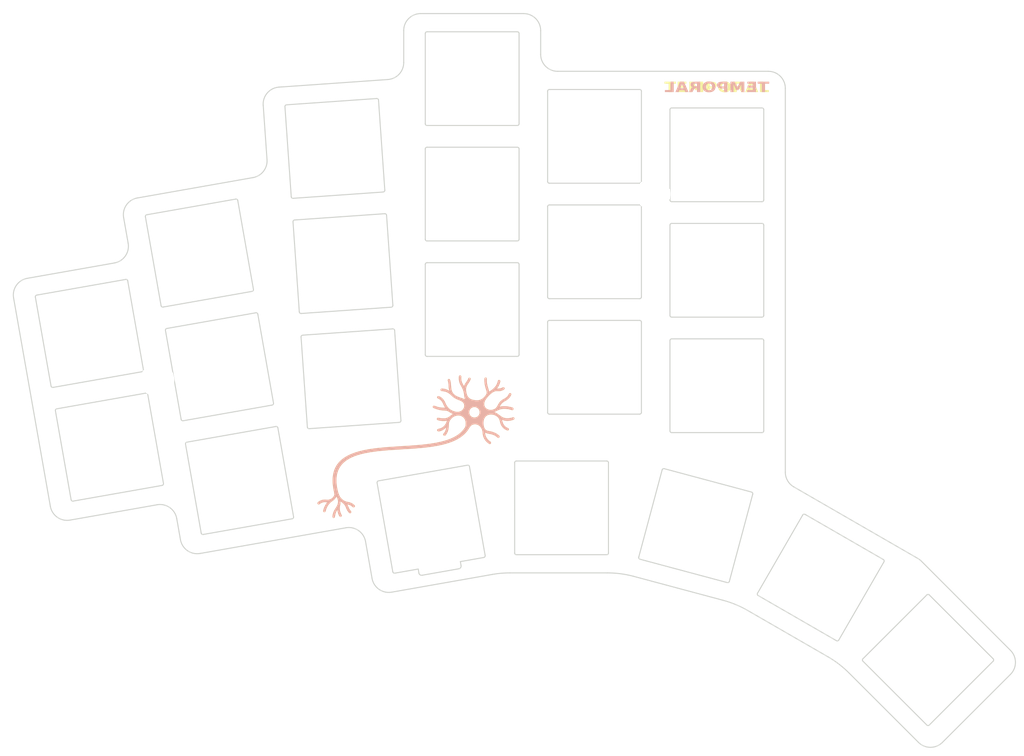
<source format=kicad_pcb>
(kicad_pcb (version 20240108) (generator "ergogen") (generator_version "4.2.1")
  (title_block (title "top_plate_44") (date "2025-11-24") (rev "1") (company "Curtis Bollinger"))
  (layers (0 "F.Cu" signal) (31 "B.Cu" signal) (34 "B.Paste" user) (35 "F.Paste" user) (36 "B.SilkS" user "B.Silkscreen") (37 "F.SilkS" user "F.Silkscreen") (38 "B.Mask" user) (39 "F.Mask" user) (44 "Edge.Cuts" user))
  (net 0 "")
  (net 1 "GND")
  (footprint "ceoloide:mounting_hole_npth" (layer "F.Cu") (at 90.4228753 47.00143700000001 0)
    (property "Reference" "MH1" hide)
    (pad "" np_thru_hole circle (at 0 0 0) (size 5 5) (drill 5) (layers "*.Cu" "*.Mask"))
  )
  (footprint "ceoloide:mounting_hole_npth" (layer "F.Cu") (at 127.0728753 46.00143700000001 0)
    (property "Reference" "MH2" hide)
    (pad "" np_thru_hole circle (at 0 0 0) (size 5 5) (drill 5) (layers "*.Cu" "*.Mask"))
  )
  (footprint "ceoloide:mounting_hole_npth" (layer "F.Cu") (at 160.11995220000003 107.8935337 -30)
    (property "Reference" "MH3" hide)
    (pad "" np_thru_hole circle (at 0 0 -30) (size 5 5) (drill 5) (layers "*.Cu" "*.Mask"))
  )
  (footprint "ceoloide:mounting_hole_npth" (layer "F.Cu") (at 103.92311409999999 92.6931189 10)
    (property "Reference" "MH4" hide)
    (pad "" np_thru_hole circle (at 0 0 10) (size 5 5) (drill 5) (layers "*.Cu" "*.Mask"))
  )
  (footprint "ceoloide:mounting_hole_npth" (layer "F.Cu") (at 54.0905586 73.38534560000001 10)
    (property "Reference" "MH5" hide)
    (pad "" np_thru_hole circle (at 0 0 10) (size 5 5) (drill 5) (layers "*.Cu" "*.Mask"))
  )
  (gr_text "TEMPORAL" (at 136.4228753 30.36143700000001 0) (layer "F.SilkS") (effects (font (size 1.5 1.8))))
  (gr_text "TEMPORAL" (at 136.4228753 30.36143700000001 0) (layer "B.SilkS") (effects (font (size 1.5 1.8)) (justify mirror)))
  (footprint "neuron" (layer "F.Cu") (at 92.1728753 83.20143700000001 0)
    (fp_text reference "G1" hide)
    (fp_text value "G***" hide)
  )
  (gr_line (start 41.25033802933866 94.0037666379902) (end 54.052838754155665 91.74634028980269) (layer Edge.Cuts) (stroke (width 0.15)))
  (gr_line (start 32.94488384820673 61.2981214346633) (end 38.3541981605253 91.97586771485848) (layer Edge.Cuts) (stroke (width 0.15)))
  (gr_line (start 47.77528360874213 56.144555180177626) (end 34.972782751222084 58.40198155176425) (layer Edge.Cuts) (stroke (width 0.15)))
  (gr_line (start 60.39414193242657 98.91580484446007) (end 81.83609260616983 95.13501039923678) (layer Edge.Cuts) (stroke (width 0.15)))
  (gr_line (start 56.94897862296902 93.77423921293439) (end 57.49800206662859 96.88790593842936) (layer Edge.Cuts) (stroke (width 0.15)))
  (gr_line (start 51.16456765079188 46.57228796036699) (end 68.17487654006977 43.57291154566431) (layer Edge.Cuts) (stroke (width 0.15)))
  (gr_line (start 49.13666874476115 49.468427826165) (end 49.803182511757505 53.248415297278655) (layer Edge.Cuts) (stroke (width 0.15)))
  (gr_line (start 71.99379705109263 30.25427862416072) (end 88.02176653931872 29.133493837177916) (layer Edge.Cuts) (stroke (width 0.15)))
  (gr_line (start 69.67427819316079 32.92257996072999) (end 70.2346661574367 40.93650092043117) (layer Edge.Cuts) (stroke (width 0.15)))
  (gr_line (start 90.3473753 26.639583739927346) (end 90.3473753 21.92593700000001) (layer Edge.Cuts) (stroke (width 0.15)))
  (gr_line (start 110.49837529999999 25.42593700000001) (end 110.49837529999999 21.92593700000001) (layer Edge.Cuts) (stroke (width 0.15)))
  (gr_line (start 107.99837529999999 19.42593700000001) (end 92.8473753 19.42593700000001) (layer Edge.Cuts) (stroke (width 0.15)))
  (gr_line (start 112.99837529999999 27.92593700000001) (end 143.9983753 27.92593700000001) (layer Edge.Cuts) (stroke (width 0.15)))
  (gr_line (start 146.4983753 86.95155161792307) (end 146.4983753 30.42593700000001) (layer Edge.Cuts) (stroke (width 0.15)))
  (gr_line (start 88.58449263122702 104.61323593765721) (end 103.37539505288593 102.00520071408566) (layer Edge.Cuts) (stroke (width 0.15)))
  (gr_line (start 84.73223247196782 97.16290930526759) (end 85.68835276241367 102.58533701452552) (layer Edge.Cuts) (stroke (width 0.15)))
  (gr_line (start 105.98011783276957 101.77731700000001) (end 120.30731339628329 101.77731700000001) (layer Edge.Cuts) (stroke (width 0.15)))
  (gr_line (start 124.18959853647571 102.28842947679493) (end 137.3428436633006 105.81283083838747) (layer Edge.Cuts) (stroke (width 0.15)))
  (gr_line (start 140.9605581316019 107.31133715668875) (end 152.7534349408824 114.11995772258113) (layer Edge.Cuts) (stroke (width 0.15)))
  (gr_line (start 147.7483753 89.11661511792308) (end 166.00157876617746 99.65510704577791) (layer Edge.Cuts) (stroke (width 0.15)))
  (gr_line (start 155.86003659758106 116.50373709758105) (end 166.08417820000003 126.72787870000005) (layer Edge.Cuts) (stroke (width 0.15)))
  (gr_line (start 169.61971219999998 126.72787870000002) (end 179.62758484258077 116.72000605741923) (layer Edge.Cuts) (stroke (width 0.15)))
  (gr_line (start 166.5209503912682 100.05400967091427) (end 179.6291894676715 113.18607818255549) (layer Edge.Cuts) (stroke (width 0.15)))
  (gr_arc (start 105.98011783276957 101.77731700000001) (mid 104.67278163276957 101.83439650000001) (end 103.37539503276956 102.00520070000002) (layer Edge.Cuts) (stroke (width 0.15)))
  (gr_arc (start 124.1895984962833 102.2884295) (mid 122.26520599628329 101.90564410000002) (end 120.30731339628329 101.77731700000001) (layer Edge.Cuts) (stroke (width 0.15)))
  (gr_arc (start 140.9605581316019 107.31133715668875) (mid 139.2008096316019 106.44352525668874) (end 137.3428437316019 105.81283085668875) (layer Edge.Cuts) (stroke (width 0.15)))
  (gr_arc (start 155.86003659758114 116.50373709758115) (mid 154.38485629758114 115.21003869758115) (end 152.75343489758114 114.11995779758115) (layer Edge.Cuts) (stroke (width 0.15)))
  (gr_arc (start 56.948978637054665 93.77423919281806) (mid 55.92090033705466 92.16047949281807) (end 54.052838737054664 91.74634029281806) (layer Edge.Cuts) (stroke (width 0.15)))
  (gr_arc (start 57.498002052542944 96.88790595854573) (mid 58.52608035254295 98.50166565854572) (end 60.394141952542945 98.91580485854573) (layer Edge.Cuts) (stroke (width 0.15)))
  (gr_arc (start 84.73223248605345 97.16290928515114) (mid 83.70415418605344 95.54914958515116) (end 81.83609258605344 95.13501038515115) (layer Edge.Cuts) (stroke (width 0.15)))
  (gr_arc (start 85.68835274832803 102.5853370346419) (mid 86.71643104832803 104.19909673464188) (end 88.58449264832804 104.61323593464189) (layer Edge.Cuts) (stroke (width 0.15)))
  (gr_arc (start 166.08417820000003 126.72787870000002) (mid 167.85194520000002 127.4601118) (end 169.6197122 126.72787870000002) (layer Edge.Cuts) (stroke (width 0.15)))
  (gr_arc (start 179.6275848425808 116.72000605741921) (mid 180.35981764258082 114.9533742574192) (end 179.6291894425808 113.1860781574192) (layer Edge.Cuts) (stroke (width 0.15)))
  (gr_arc (start 166.5209503661775 100.05400974577792) (mid 166.2743827661775 99.83747854577791) (end 166.0015787661775 99.65510704577791) (layer Edge.Cuts) (stroke (width 0.15)))
  (gr_arc (start 146.4983753 86.95155161792307) (mid 146.8333118 88.20155161792307) (end 147.7483753 89.11661511792308) (layer Edge.Cuts) (stroke (width 0.15)))
  (gr_arc (start 146.4983753 30.42593700000001) (mid 145.76614229999998 28.65817000000001) (end 143.9983753 27.92593700000001) (layer Edge.Cuts) (stroke (width 0.15)))
  (gr_arc (start 110.49837529999999 25.42593700000001) (mid 111.23060829999999 27.193704000000007) (end 112.99837529999999 27.92593700000001) (layer Edge.Cuts) (stroke (width 0.15)))
  (gr_arc (start 110.49837529999999 21.92593700000001) (mid 109.7661423 20.15817000000001) (end 107.99837529999999 19.42593700000001) (layer Edge.Cuts) (stroke (width 0.15)))
  (gr_arc (start 92.8473753 19.42593700000001) (mid 91.07960829999999 20.15817000000001) (end 90.3473753 21.92593700000001) (layer Edge.Cuts) (stroke (width 0.15)))
  (gr_arc (start 88.0217665 29.133493839927347) (mid 89.6757595 28.344579639927346) (end 90.3473753 26.639583739927346) (layer Edge.Cuts) (stroke (width 0.15)))
  (gr_arc (start 71.99379709041135 30.254278621411288) (mid 70.28141439041136 31.108041221411288) (end 69.67427819041136 32.92257992141129) (layer Edge.Cuts) (stroke (width 0.15)))
  (gr_arc (start 68.17487656018615 43.57291155974994) (mid 69.71078296018614 42.65004585974994) (end 70.23466616018614 40.936500859749934) (layer Edge.Cuts) (stroke (width 0.15)))
  (gr_arc (start 51.16456763067551 46.57228794628135) (mid 49.55080793067551 47.600366246281354) (end 49.13666873067551 49.46842784628135) (layer Edge.Cuts) (stroke (width 0.15)))
  (gr_arc (start 47.77528362584314 56.14455517716229) (mid 49.38904332584314 55.116476877162285) (end 49.80318252584314 53.24841527716229) (layer Edge.Cuts) (stroke (width 0.15)))
  (gr_arc (start 34.97278273412108 58.401981554779624) (mid 33.35902303412108 59.43005985477963) (end 32.94488383412108 61.298121454779626) (layer Edge.Cuts) (stroke (width 0.15)))
  (gr_arc (start 38.354198146439664 91.97586773497486) (mid 39.38227644643967 93.58962743497484) (end 41.250338046439666 94.00376663497485) (layer Edge.Cuts) (stroke (width 0.15)))
  (gr_line (start 41.69718179806522 91.20820206363489) (end 54.7951250106195 88.89868133483378) (layer Edge.Cuts) (stroke (width 0.15)))
  (gr_line (start 54.997914863634875 88.60906740193482) (end 52.68839413483377 75.51112418938047) (layer Edge.Cuts) (stroke (width 0.15)))
  (gr_line (start 52.39878020193478 75.30833433636514) (end 39.30083698938051 77.61785506516622) (layer Edge.Cuts) (stroke (width 0.15)))
  (gr_line (start 39.098047136365125 77.90746899806521) (end 41.40756786516622 91.00541221061951) (layer Edge.Cuts) (stroke (width 0.15)))
  (gr_line (start 38.745162798065216 74.46647026363489) (end 51.84310601061951 72.15694953483379) (layer Edge.Cuts) (stroke (width 0.15)))
  (gr_line (start 52.04589586363488 71.86733560193483) (end 49.73637513483379 58.769392389380585) (layer Edge.Cuts) (stroke (width 0.15)))
  (gr_line (start 49.446761201934784 58.56660253636514) (end 36.3488179893805 60.87612326516624) (layer Edge.Cuts) (stroke (width 0.15)))
  (gr_line (start 36.14602813636513 61.165737198065216) (end 38.45554886516622 74.26368041061951) (layer Edge.Cuts) (stroke (width 0.15)))
  (gr_line (start 60.84098569806522 96.12024026363488) (end 73.93892891061951 93.81071953483378) (layer Edge.Cuts) (stroke (width 0.15)))
  (gr_line (start 74.14171876363487 93.52110560193483) (end 71.83219803483378 80.42316238938054) (layer Edge.Cuts) (stroke (width 0.15)))
  (gr_line (start 71.54258410193478 80.22037253636513) (end 58.444640889380516 82.52989326516622) (layer Edge.Cuts) (stroke (width 0.15)))
  (gr_line (start 58.24185103636514 82.81950719806525) (end 60.55137176516623 95.91745041061955) (layer Edge.Cuts) (stroke (width 0.15)))
  (gr_line (start 57.888966698065225 79.37850846363489) (end 70.9869099106195 77.06898773483378) (layer Edge.Cuts) (stroke (width 0.15)))
  (gr_line (start 71.18969976363488 76.77937380193481) (end 68.88017903483379 63.68143058938051) (layer Edge.Cuts) (stroke (width 0.15)))
  (gr_line (start 68.59056510193477 63.47864073636515) (end 55.4926218893805 65.78816146516623) (layer Edge.Cuts) (stroke (width 0.15)))
  (gr_line (start 55.28983203636514 66.07777539806523) (end 57.59935276516623 79.17571861061958) (layer Edge.Cuts) (stroke (width 0.15)))
  (gr_line (start 54.93694769806522 62.636776663634876) (end 68.03489091061951 60.32725593483379) (layer Edge.Cuts) (stroke (width 0.15)))
  (gr_line (start 68.23768076363488 60.03764200193484) (end 65.92816003483378 46.939698789380486) (layer Edge.Cuts) (stroke (width 0.15)))
  (gr_line (start 65.63854610193478 46.73690893636513) (end 52.5406028893805 49.04642966516623) (layer Edge.Cuts) (stroke (width 0.15)))
  (gr_line (start 52.33781303636514 49.33604359806526) (end 54.647333765166216 62.433986810619444) (layer Edge.Cuts) (stroke (width 0.15)))
  (gr_line (start 76.43803560518018 80.5422632827709) (end 89.7056375075276 79.61450221634051) (layer Edge.Cuts) (stroke (width 0.15)))
  (gr_line (start 89.9375893827709 79.3476720948197) (end 89.00982831634049 66.0800701924727) (layer Edge.Cuts) (stroke (width 0.15)))
  (gr_line (start 88.74299819481979 65.84811831722912) (end 75.47539629247238 66.77587938365953) (layer Edge.Cuts) (stroke (width 0.15)))
  (gr_line (start 75.2434444172291 67.04270950518037) (end 76.17120548365952 80.31031140752782) (layer Edge.Cuts) (stroke (width 0.15)))
  (gr_line (start 75.25217550518018 63.5836743827709) (end 88.5197774075276 62.65591331634051) (layer Edge.Cuts) (stroke (width 0.15)))
  (gr_line (start 88.7517292827709 62.38908319481993) (end 87.82396821634049 49.12148129247248) (layer Edge.Cuts) (stroke (width 0.15)))
  (gr_line (start 87.55713809481979 48.88952941722911) (end 74.28953619247238 49.81729048365953) (layer Edge.Cuts) (stroke (width 0.15)))
  (gr_line (start 74.0575843172291 50.084120605180374) (end 74.98534538365949 63.3517225075276) (layer Edge.Cuts) (stroke (width 0.15)))
  (gr_line (start 74.06631540518016 46.62508548277091) (end 87.33391730752757 45.69732441634051) (layer Edge.Cuts) (stroke (width 0.15)))
  (gr_line (start 87.56586918277088 45.43049429481971) (end 86.63810811634048 32.16289239247226) (layer Edge.Cuts) (stroke (width 0.15)))
  (gr_line (start 86.3712779948198 31.930940517229118) (end 73.10367609247241 32.858701583659524) (layer Edge.Cuts) (stroke (width 0.15)))
  (gr_line (start 72.87172421722909 33.12553170518015) (end 73.79948528365951 46.39313360752783) (layer Edge.Cuts) (stroke (width 0.15)))
  (gr_line (start 93.7728753 69.90143700000002) (end 107.07287529999999 69.90143700000002) (layer Edge.Cuts) (stroke (width 0.15)))
  (gr_line (start 107.32287529999999 69.65143700000002) (end 107.32287529999999 56.35143700000002) (layer Edge.Cuts) (stroke (width 0.15)))
  (gr_line (start 107.07287529999999 56.10143700000002) (end 93.7728753 56.10143700000002) (layer Edge.Cuts) (stroke (width 0.15)))
  (gr_line (start 93.5228753 56.35143700000002) (end 93.5228753 69.65143700000002) (layer Edge.Cuts) (stroke (width 0.15)))
  (gr_line (start 93.7728753 52.90143700000001) (end 107.07287529999999 52.90143700000001) (layer Edge.Cuts) (stroke (width 0.15)))
  (gr_line (start 107.32287529999999 52.65143700000001) (end 107.32287529999999 39.351437000000004) (layer Edge.Cuts) (stroke (width 0.15)))
  (gr_line (start 107.07287529999999 39.101437000000004) (end 93.7728753 39.101437000000004) (layer Edge.Cuts) (stroke (width 0.15)))
  (gr_line (start 93.5228753 39.351437000000004) (end 93.5228753 52.65143700000001) (layer Edge.Cuts) (stroke (width 0.15)))
  (gr_line (start 93.7728753 35.90143700000001) (end 107.07287529999999 35.90143700000001) (layer Edge.Cuts) (stroke (width 0.15)))
  (gr_line (start 107.32287529999999 35.65143700000001) (end 107.32287529999999 22.351437000000008) (layer Edge.Cuts) (stroke (width 0.15)))
  (gr_line (start 107.07287529999999 22.101437000000008) (end 93.7728753 22.101437000000008) (layer Edge.Cuts) (stroke (width 0.15)))
  (gr_line (start 93.5228753 22.351437000000008) (end 93.5228753 35.65143700000001) (layer Edge.Cuts) (stroke (width 0.15)))
  (gr_line (start 111.7728753 78.40143700000002) (end 125.07287529999999 78.40143700000002) (layer Edge.Cuts) (stroke (width 0.15)))
  (gr_line (start 125.32287529999999 78.15143700000002) (end 125.32287529999999 64.85143700000002) (layer Edge.Cuts) (stroke (width 0.15)))
  (gr_line (start 125.07287529999999 64.60143700000002) (end 111.7728753 64.60143700000002) (layer Edge.Cuts) (stroke (width 0.15)))
  (gr_line (start 111.5228753 64.85143700000002) (end 111.5228753 78.15143700000002) (layer Edge.Cuts) (stroke (width 0.15)))
  (gr_line (start 111.7728753 61.40143700000001) (end 125.07287529999999 61.40143700000001) (layer Edge.Cuts) (stroke (width 0.15)))
  (gr_line (start 125.32287529999999 61.15143700000001) (end 125.32287529999999 47.851437000000004) (layer Edge.Cuts) (stroke (width 0.15)))
  (gr_line (start 125.07287529999999 47.601437000000004) (end 111.7728753 47.601437000000004) (layer Edge.Cuts) (stroke (width 0.15)))
  (gr_line (start 111.5228753 47.851437000000004) (end 111.5228753 61.15143700000001) (layer Edge.Cuts) (stroke (width 0.15)))
  (gr_line (start 111.7728753 44.40143700000001) (end 125.07287529999999 44.40143700000001) (layer Edge.Cuts) (stroke (width 0.15)))
  (gr_line (start 125.32287529999999 44.15143700000001) (end 125.32287529999999 30.851437000000008) (layer Edge.Cuts) (stroke (width 0.15)))
  (gr_line (start 125.07287529999999 30.601437000000008) (end 111.7728753 30.601437000000008) (layer Edge.Cuts) (stroke (width 0.15)))
  (gr_line (start 111.5228753 30.851437000000008) (end 111.5228753 44.15143700000001) (layer Edge.Cuts) (stroke (width 0.15)))
  (gr_line (start 129.77287529999998 81.12143700000001) (end 143.0728753 81.12143700000001) (layer Edge.Cuts) (stroke (width 0.15)))
  (gr_line (start 143.3228753 80.87143700000001) (end 143.3228753 67.57143700000002) (layer Edge.Cuts) (stroke (width 0.15)))
  (gr_line (start 143.0728753 67.32143700000002) (end 129.77287529999998 67.32143700000002) (layer Edge.Cuts) (stroke (width 0.15)))
  (gr_line (start 129.52287529999998 67.57143700000002) (end 129.52287529999998 80.87143700000001) (layer Edge.Cuts) (stroke (width 0.15)))
  (gr_line (start 129.77287529999998 64.12143700000001) (end 143.0728753 64.12143700000001) (layer Edge.Cuts) (stroke (width 0.15)))
  (gr_line (start 143.3228753 63.871437000000014) (end 143.3228753 50.57143700000002) (layer Edge.Cuts) (stroke (width 0.15)))
  (gr_line (start 143.0728753 50.32143700000002) (end 129.77287529999998 50.32143700000002) (layer Edge.Cuts) (stroke (width 0.15)))
  (gr_line (start 129.52287529999998 50.57143700000002) (end 129.52287529999998 63.871437000000014) (layer Edge.Cuts) (stroke (width 0.15)))
  (gr_line (start 129.77287529999998 47.12143700000001) (end 143.0728753 47.12143700000001) (layer Edge.Cuts) (stroke (width 0.15)))
  (gr_line (start 143.3228753 46.87143700000001) (end 143.3228753 33.571437) (layer Edge.Cuts) (stroke (width 0.15)))
  (gr_line (start 143.0728753 33.321437) (end 129.77287529999998 33.321437) (layer Edge.Cuts) (stroke (width 0.15)))
  (gr_line (start 129.52287529999998 33.571437) (end 129.52287529999998 46.87143700000001) (layer Edge.Cuts) (stroke (width 0.15)))
  (gr_line (start 89.03133639806522 101.81767136363489) (end 92.4781635989072 101.20990274380227) (layer Edge.Cuts) (stroke (width 0.15)))
  (gr_line (start 98.68245237447718 100.1159192608908) (end 102.1292796106195 99.50815063483378) (layer Edge.Cuts) (stroke (width 0.15)))
  (gr_line (start 102.33206946363488 99.21853670193491) (end 100.02254873483378 86.12059348938055) (layer Edge.Cuts) (stroke (width 0.15)))
  (gr_line (start 99.73293480193479 85.91780363636514) (end 86.6349915893805 88.22732436516623) (layer Edge.Cuts) (stroke (width 0.15)))
  (gr_line (start 86.43220173636512 88.51693829806527) (end 88.74172246516623 101.61488151061963) (layer Edge.Cuts) (stroke (width 0.15)))
  (gr_line (start 106.9236937 99.10181700000001) (end 120.2236937 99.10181700000001) (layer Edge.Cuts) (stroke (width 0.15)))
  (gr_line (start 120.4736937 98.85181700000001) (end 120.4736937 85.55181700000001) (layer Edge.Cuts) (stroke (width 0.15)))
  (gr_line (start 120.2236937 85.30181700000001) (end 106.9236937 85.30181700000001) (layer Edge.Cuts) (stroke (width 0.15)))
  (gr_line (start 106.6736937 85.55181700000001) (end 106.6736937 98.85181700000001) (layer Edge.Cuts) (stroke (width 0.15)))
  (gr_line (start 125.10772981538113 99.7645605766409) (end 137.95454320164092 103.20685382792016) (layer Edge.Cuts) (stroke (width 0.15)))
  (gr_line (start 138.26072947664093 103.03007708461882) (end 141.70302272792017 90.18326369835904) (layer Edge.Cuts) (stroke (width 0.15)))
  (gr_line (start 141.52624598461887 89.87707742335911) (end 128.6794325983591 86.43478417207986) (layer Edge.Cuts) (stroke (width 0.15)))
  (gr_line (start 128.3732463233591 86.61156091538118) (end 124.93095307207986 99.45837430164096) (layer Edge.Cuts) (stroke (width 0.15)))
  (gr_line (start 142.50062928723477 105.11109632066076) (end 154.01876711151013 111.7610962786146) (layer Edge.Cuts) (stroke (width 0.15)))
  (gr_line (start 154.3602735206608 111.66958991276522) (end 161.0102734786146 100.15145208848986) (layer Edge.Cuts) (stroke (width 0.15)))
  (gr_line (start 160.91876711276524 99.80994567933924) (end 149.4006292884899 93.15994572138543) (layer Edge.Cuts) (stroke (width 0.15)))
  (gr_line (start 149.05912287933924 93.25145208723472) (end 142.40912292138538 104.76958991151014) (layer Edge.Cuts) (stroke (width 0.15)))
  (gr_line (start 157.9170949 114.777067) (end 167.3216151 124.18158720000001) (layer Edge.Cuts) (stroke (width 0.15)))
  (gr_line (start 167.6751685 124.18158719999997) (end 177.07968870000002 114.77706699999996) (layer Edge.Cuts) (stroke (width 0.15)))
  (gr_line (start 177.07968869999996 114.42351359999996) (end 167.6751685 105.01899339999999) (layer Edge.Cuts) (stroke (width 0.15)))
  (gr_line (start 167.3216151 105.01899339999997) (end 157.9170949 114.4235136) (layer Edge.Cuts) (stroke (width 0.15)))
  (gr_arc (start 167.3216151 124.18158719999998) (mid 167.4983918 124.25481049999998) (end 167.6751685 124.18158719999998) (layer Edge.Cuts) (stroke (width 0.15)))
  (gr_arc (start 177.0796887 114.77706699999999) (mid 177.152912 114.60029029999998) (end 177.0796887 114.42351359999998) (layer Edge.Cuts) (stroke (width 0.15)))
  (gr_arc (start 167.6751685 105.01899339999999) (mid 167.4983918 104.94577009999999) (end 167.3216151 105.01899339999999) (layer Edge.Cuts) (stroke (width 0.15)))
  (gr_arc (start 157.9170949 114.4235136) (mid 157.8438716 114.60029030000001) (end 157.9170949 114.77706700000002) (layer Edge.Cuts) (stroke (width 0.15)))
  (gr_arc (start 154.01876713316076 111.7610962911146) (mid 154.20847193316075 111.7860713911146) (end 154.36027353316075 111.6695898911146) (layer Edge.Cuts) (stroke (width 0.15)))
  (gr_arc (start 161.0102734911146 100.15145206683928) (mid 161.0352485911146 99.96174726683928) (end 160.9187670911146 99.80994566683928) (layer Edge.Cuts) (stroke (width 0.15)))
  (gr_arc (start 149.40062926683925 93.1599457088854) (mid 149.21092446683926 93.1349706088854) (end 149.05912286683926 93.2514521088854) (layer Edge.Cuts) (stroke (width 0.15)))
  (gr_arc (start 142.4091229088854 104.76958993316077) (mid 142.3841478088854 104.95929473316077) (end 142.50062930888538 105.11109633316077) (layer Edge.Cuts) (stroke (width 0.15)))
  (gr_arc (start 89.7056374843889 79.61450221795852) (mid 89.8768757843889 79.52912601795852) (end 89.9375893843889 79.34767211795851) (layer Edge.Cuts) (stroke (width 0.15)))
  (gr_arc (start 89.0098283179585 66.0800702156112) (mid 88.9244521179585 65.9088319156112) (end 88.74299821795849 65.8481183156112) (layer Edge.Cuts) (stroke (width 0.15)))
  (gr_arc (start 75.47539631561108 66.77587938204151) (mid 75.30415801561108 66.86125558204151) (end 75.24344441561108 67.04270948204152) (layer Edge.Cuts) (stroke (width 0.15)))
  (gr_arc (start 76.1712054820415 80.3103113843891) (mid 76.2565816820415 80.4815496843891) (end 76.43803558204151 80.5422632843891) (layer Edge.Cuts) (stroke (width 0.15)))
  (gr_arc (start 88.5197773843889 62.65591331795851) (mid 88.6910156843889 62.5705371179585) (end 88.7517292843889 62.38908321795851) (layer Edge.Cuts) (stroke (width 0.15)))
  (gr_arc (start 87.8239682179585 49.12148131561121) (mid 87.7385920179585 48.95024301561121) (end 87.55713811795849 48.88952941561121) (layer Edge.Cuts) (stroke (width 0.15)))
  (gr_arc (start 74.28953621561108 49.81729048204151) (mid 74.11829791561108 49.90266668204151) (end 74.05758431561108 50.08412058204151) (layer Edge.Cuts) (stroke (width 0.15)))
  (gr_arc (start 74.98534538204149 63.351722484388866) (mid 75.07072158204149 63.52296078438887) (end 75.2521754820415 63.58367438438887) (layer Edge.Cuts) (stroke (width 0.15)))
  (gr_arc (start 87.33391728438889 45.69732441795853) (mid 87.50515558438889 45.61194821795852) (end 87.56586918438889 45.43049431795853) (layer Edge.Cuts) (stroke (width 0.15)))
  (gr_arc (start 86.63810811795848 32.16289241561099) (mid 86.55273191795848 31.991654115610988) (end 86.37127801795847 31.93094051561099) (layer Edge.Cuts) (stroke (width 0.15)))
  (gr_arc (start 73.1036761156111 32.85870158204151) (mid 72.9324378156111 32.94407778204152) (end 72.8717242156111 33.12553168204151) (layer Edge.Cuts) (stroke (width 0.15)))
  (gr_arc (start 73.7994852820415 46.3931335843891) (mid 73.8848614820415 46.564371884389104) (end 74.06631538204151 46.6250854843891) (layer Edge.Cuts) (stroke (width 0.15)))
  (gr_arc (start 143.0728753 47.12143700000001) (mid 143.249652 47.048213700000005) (end 143.3228753 46.87143700000001) (layer Edge.Cuts) (stroke (width 0.15)))
  (gr_arc (start 143.3228753 33.571437) (mid 143.249652 33.394660300000005) (end 143.0728753 33.321437) (layer Edge.Cuts) (stroke (width 0.15)))
  (gr_arc (start 129.77287529999998 33.321437) (mid 129.59609859999998 33.394660300000005) (end 129.52287529999998 33.571437) (layer Edge.Cuts) (stroke (width 0.15)))
  (gr_arc (start 129.52287529999998 46.87143700000001) (mid 129.59609859999998 47.048213700000005) (end 129.77287529999998 47.12143700000001) (layer Edge.Cuts) (stroke (width 0.15)))
  (gr_arc (start 143.0728753 81.12143700000001) (mid 143.249652 81.04821370000002) (end 143.3228753 80.87143700000001) (layer Edge.Cuts) (stroke (width 0.15)))
  (gr_arc (start 143.3228753 67.57143700000002) (mid 143.249652 67.39466030000001) (end 143.0728753 67.32143700000002) (layer Edge.Cuts) (stroke (width 0.15)))
  (gr_arc (start 129.77287529999998 67.32143700000002) (mid 129.59609859999998 67.39466030000001) (end 129.52287529999998 67.57143700000002) (layer Edge.Cuts) (stroke (width 0.15)))
  (gr_arc (start 129.52287529999998 80.87143700000001) (mid 129.59609859999998 81.04821370000002) (end 129.77287529999998 81.12143700000001) (layer Edge.Cuts) (stroke (width 0.15)))
  (gr_arc (start 143.0728753 64.12143700000001) (mid 143.249652 64.04821370000002) (end 143.3228753 63.871437000000014) (layer Edge.Cuts) (stroke (width 0.15)))
  (gr_arc (start 143.3228753 50.57143700000002) (mid 143.249652 50.39466030000002) (end 143.0728753 50.32143700000002) (layer Edge.Cuts) (stroke (width 0.15)))
  (gr_arc (start 129.77287529999998 50.32143700000002) (mid 129.59609859999998 50.39466030000002) (end 129.52287529999998 50.57143700000002) (layer Edge.Cuts) (stroke (width 0.15)))
  (gr_arc (start 129.52287529999998 63.871437000000014) (mid 129.59609859999998 64.04821370000002) (end 129.77287529999998 64.12143700000001) (layer Edge.Cuts) (stroke (width 0.15)))
  (gr_arc (start 107.07287529999999 52.90143700000001) (mid 107.249652 52.828213700000006) (end 107.32287529999999 52.65143700000001) (layer Edge.Cuts) (stroke (width 0.15)))
  (gr_arc (start 107.32287529999999 39.351437000000004) (mid 107.249652 39.174660300000006) (end 107.07287529999999 39.101437000000004) (layer Edge.Cuts) (stroke (width 0.15)))
  (gr_arc (start 93.7728753 39.101437000000004) (mid 93.59609859999999 39.174660300000006) (end 93.5228753 39.351437000000004) (layer Edge.Cuts) (stroke (width 0.15)))
  (gr_arc (start 93.5228753 52.65143700000001) (mid 93.59609859999999 52.828213700000006) (end 93.7728753 52.90143700000001) (layer Edge.Cuts) (stroke (width 0.15)))
  (gr_arc (start 125.07287529999999 61.40143700000001) (mid 125.249652 61.328213700000006) (end 125.32287529999999 61.15143700000001) (layer Edge.Cuts) (stroke (width 0.15)))
  (gr_arc (start 125.32287529999999 47.851437000000004) (mid 125.249652 47.674660300000006) (end 125.07287529999999 47.601437000000004) (layer Edge.Cuts) (stroke (width 0.15)))
  (gr_arc (start 111.7728753 47.601437000000004) (mid 111.59609859999999 47.674660300000006) (end 111.5228753 47.851437000000004) (layer Edge.Cuts) (stroke (width 0.15)))
  (gr_arc (start 111.5228753 61.15143700000001) (mid 111.59609859999999 61.328213700000006) (end 111.7728753 61.40143700000001) (layer Edge.Cuts) (stroke (width 0.15)))
  (gr_arc (start 107.07287529999999 69.90143700000002) (mid 107.249652 69.82821370000002) (end 107.32287529999999 69.65143700000002) (layer Edge.Cuts) (stroke (width 0.15)))
  (gr_arc (start 107.32287529999999 56.35143700000002) (mid 107.249652 56.17466030000002) (end 107.07287529999999 56.10143700000002) (layer Edge.Cuts) (stroke (width 0.15)))
  (gr_arc (start 93.7728753 56.10143700000002) (mid 93.59609859999999 56.17466030000002) (end 93.5228753 56.35143700000002) (layer Edge.Cuts) (stroke (width 0.15)))
  (gr_arc (start 93.5228753 69.65143700000002) (mid 93.59609859999999 69.82821370000002) (end 93.7728753 69.90143700000002) (layer Edge.Cuts) (stroke (width 0.15)))
  (gr_arc (start 107.07287529999999 35.90143700000001) (mid 107.249652 35.828213700000006) (end 107.32287529999999 35.65143700000001) (layer Edge.Cuts) (stroke (width 0.15)))
  (gr_arc (start 107.32287529999999 22.351437000000008) (mid 107.249652 22.174660300000006) (end 107.07287529999999 22.101437000000008) (layer Edge.Cuts) (stroke (width 0.15)))
  (gr_arc (start 93.7728753 22.101437000000008) (mid 93.59609859999999 22.174660300000006) (end 93.5228753 22.351437000000008) (layer Edge.Cuts) (stroke (width 0.15)))
  (gr_arc (start 93.5228753 35.65143700000001) (mid 93.59609859999999 35.828213700000006) (end 93.7728753 35.90143700000001) (layer Edge.Cuts) (stroke (width 0.15)))
  (gr_arc (start 125.07287529999999 78.40143700000002) (mid 125.249652 78.32821370000002) (end 125.32287529999999 78.15143700000002) (layer Edge.Cuts) (stroke (width 0.15)))
  (gr_arc (start 125.32287529999999 64.85143700000002) (mid 125.249652 64.67466030000001) (end 125.07287529999999 64.60143700000002) (layer Edge.Cuts) (stroke (width 0.15)))
  (gr_arc (start 111.7728753 64.60143700000002) (mid 111.59609859999999 64.67466030000001) (end 111.5228753 64.85143700000002) (layer Edge.Cuts) (stroke (width 0.15)))
  (gr_arc (start 111.5228753 78.15143700000002) (mid 111.59609859999999 78.32821370000002) (end 111.7728753 78.40143700000002) (layer Edge.Cuts) (stroke (width 0.15)))
  (gr_arc (start 125.07287529999999 44.40143700000001) (mid 125.249652 44.328213700000006) (end 125.32287529999999 44.15143700000001) (layer Edge.Cuts) (stroke (width 0.15)))
  (gr_arc (start 125.32287529999999 30.851437000000008) (mid 125.249652 30.674660300000006) (end 125.07287529999999 30.601437000000008) (layer Edge.Cuts) (stroke (width 0.15)))
  (gr_arc (start 111.7728753 30.601437000000008) (mid 111.59609859999999 30.674660300000006) (end 111.5228753 30.851437000000008) (layer Edge.Cuts) (stroke (width 0.15)))
  (gr_arc (start 111.5228753 44.15143700000001) (mid 111.59609859999999 44.328213700000006) (end 111.7728753 44.40143700000001) (layer Edge.Cuts) (stroke (width 0.15)))
  (gr_arc (start 120.2236937 99.10181700000001) (mid 120.4004704 99.02859370000002) (end 120.4736937 98.85181700000001) (layer Edge.Cuts) (stroke (width 0.15)))
  (gr_arc (start 120.4736937 85.55181700000001) (mid 120.4004704 85.37504030000001) (end 120.2236937 85.30181700000001) (layer Edge.Cuts) (stroke (width 0.15)))
  (gr_arc (start 106.9236937 85.30181700000001) (mid 106.746917 85.37504030000001) (end 106.6736937 85.55181700000001) (layer Edge.Cuts) (stroke (width 0.15)))
  (gr_arc (start 106.6736937 98.85181700000001) (mid 106.746917 99.02859370000002) (end 106.9236937 99.10181700000001) (layer Edge.Cuts) (stroke (width 0.15)))
  (gr_arc (start 70.98690987067769 77.06898774187661) (mid 71.14828587067768 76.9661799418766) (end 71.18969977067769 76.7793738418766) (layer Edge.Cuts) (stroke (width 0.15)))
  (gr_arc (start 68.8801790418766 63.68143062932233) (mid 68.7773712418766 63.520054629322324) (end 68.5905651418766 63.47864072932232) (layer Edge.Cuts) (stroke (width 0.15)))
  (gr_arc (start 55.492621929322326 65.78816145812341) (mid 55.33124592932232 65.89096925812342) (end 55.28983202932232 66.07777535812342) (layer Edge.Cuts) (stroke (width 0.15)))
  (gr_arc (start 57.599352758123416 79.17571857067777) (mid 57.70216055812342 79.33709457067776) (end 57.888966658123415 79.37850847067777) (layer Edge.Cuts) (stroke (width 0.15)))
  (gr_arc (start 54.79512497067768 88.8986813418766) (mid 54.95650097067769 88.79587354187659) (end 54.99791487067769 88.60906744187659) (layer Edge.Cuts) (stroke (width 0.15)))
  (gr_arc (start 52.68839414187659 75.5111242293223) (mid 52.58558634187659 75.34974822932232) (end 52.398780241876594 75.3083343293223) (layer Edge.Cuts) (stroke (width 0.15)))
  (gr_arc (start 39.30083702932232 77.6178550581234) (mid 39.13946102932231 77.7206628581234) (end 39.09804712932231 77.9074689581234) (layer Edge.Cuts) (stroke (width 0.15)))
  (gr_arc (start 41.40756785812341 91.0054121706777) (mid 41.51037565812341 91.16678817067769) (end 41.697181758123406 91.2082020706777) (layer Edge.Cuts) (stroke (width 0.15)))
  (gr_arc (start 102.12927957067768 99.5081506418766) (mid 102.29065557067767 99.40534284187659) (end 102.33206947067768 99.21853674187659) (layer Edge.Cuts) (stroke (width 0.15)))
  (gr_arc (start 100.02254874187658 86.12059352932225) (mid 99.91974094187657 85.95921752932226) (end 99.73293484187657 85.91780362932225) (layer Edge.Cuts) (stroke (width 0.15)))
  (gr_arc (start 86.6349916293223 88.22732435812341) (mid 86.47361562932231 88.33013215812342) (end 86.4322017293223 88.51693825812342) (layer Edge.Cuts) (stroke (width 0.15)))
  (gr_arc (start 88.7417224581234 101.61488147067776) (mid 88.84453025812341 101.77625747067775) (end 89.03133635812341 101.81767137067776) (layer Edge.Cuts) (stroke (width 0.15)))
  (gr_arc (start 68.0348908706777 60.32725594187661) (mid 68.19626687067769 60.22444814187661) (end 68.2376807706777 60.03764204187661) (layer Edge.Cuts) (stroke (width 0.15)))
  (gr_arc (start 65.9281600418766 46.9396988293223) (mid 65.82535224187659 46.7783228293223) (end 65.63854614187659 46.7369089293223) (layer Edge.Cuts) (stroke (width 0.15)))
  (gr_arc (start 52.54060292932232 49.046429658123415) (mid 52.379226929322314 49.149237458123416) (end 52.33781302932231 49.336043558123414) (layer Edge.Cuts) (stroke (width 0.15)))
  (gr_arc (start 54.647333758123395 62.43398677067763) (mid 54.750141558123396 62.59536277067763) (end 54.936947658123394 62.636776670677634) (layer Edge.Cuts) (stroke (width 0.15)))
  (gr_arc (start 51.84310597067769 72.15694954187661) (mid 52.004481970677695 72.0541417418766) (end 52.0458958706777 71.86733564187661) (layer Edge.Cuts) (stroke (width 0.15)))
  (gr_arc (start 49.7363751418766 58.769392429322345) (mid 49.6335673418766 58.60801642932234) (end 49.4467612418766 58.56660252932234) (layer Edge.Cuts) (stroke (width 0.15)))
  (gr_arc (start 36.34881802932232 60.876123258123414) (mid 36.18744202932231 60.978931058123415) (end 36.14602812932231 61.16573715812341) (layer Edge.Cuts) (stroke (width 0.15)))
  (gr_arc (start 38.4555488581234 74.2636803706777) (mid 38.5583566581234 74.4250563706777) (end 38.7451627581234 74.4664702706777) (layer Edge.Cuts) (stroke (width 0.15)))
  (gr_arc (start 73.93892887067769 93.81071954187661) (mid 74.10030487067768 93.7079117418766) (end 74.14171877067768 93.5211056418766) (layer Edge.Cuts) (stroke (width 0.15)))
  (gr_arc (start 71.8321980418766 80.42316242932229) (mid 71.72939024187659 80.2617864293223) (end 71.54258414187659 80.22037252932229) (layer Edge.Cuts) (stroke (width 0.15)))
  (gr_arc (start 58.444640929322325 82.52989325812341) (mid 58.28326492932232 82.63270105812342) (end 58.24185102932232 82.81950715812341) (layer Edge.Cuts) (stroke (width 0.15)))
  (gr_arc (start 60.5513717581234 95.91745037067768) (mid 60.6541795581234 96.07882637067767) (end 60.8409856581234 96.12024027067768) (layer Edge.Cuts) (stroke (width 0.15)))
  (gr_arc (start 137.9545431674903 103.20685381876952) (mid 138.1442479674903 103.18187871876951) (end 138.26072946749028 103.03007711876951) (layer Edge.Cuts) (stroke (width 0.15)))
  (gr_arc (start 141.70302271876952 90.1832637325097) (mid 141.6780476187695 89.9935589325097) (end 141.5262460187695 89.8770774325097) (layer Edge.Cuts) (stroke (width 0.15)))
  (gr_arc (start 128.67943263250973 86.43478418123048) (mid 128.48972783250974 86.45975928123049) (end 128.37324633250975 86.61156088123049) (layer Edge.Cuts) (stroke (width 0.15)))
  (gr_arc (start 124.93095308123047 99.4583742674903) (mid 124.95592818123048 99.6480790674903) (end 125.10772978123047 99.7645605674903) (layer Edge.Cuts) (stroke (width 0.15)))
  (gr_arc (start 92.5823525 101.8007874) (mid 92.74684509999999 102.0589889) (end 93.0457349 102.1252512) (layer Edge.Cuts) (stroke (width 0.15)))
  (gr_line (start 93.0457349 102.12525120000001) (end 98.4621776 101.1701862) (layer Edge.Cuts) (stroke (width 0.15)))
  (gr_arc (start 98.4623384 101.1701579) (mid 98.7204259 101.0056269) (end 98.7866414 100.7068039) (layer Edge.Cuts) (stroke (width 0.15)))
  (gr_line (start 98.7865811 100.70646280000001) (end 98.68245237447718 100.11591926089073) (layer Edge.Cuts) (stroke (width 0.15)))
  (gr_line (start 92.4781635989072 101.20990274380227) (end 92.58235250000001 101.80078739999999) (layer Edge.Cuts) (stroke (width 0.15)))
  (gr_circle (center 90.4228753 47.00143700000001) (end 91.5228753 47.00143700000001) (layer Edge.Cuts) (stroke (width 0.15)) (fill none))
  (gr_circle (center 127.0728753 46.00143700000001) (end 128.17287530000002 46.00143700000001) (layer Edge.Cuts) (stroke (width 0.15)) (fill none))
  (gr_circle (center 103.92311409999999 92.6931189) (end 105.02311409999999 92.6931189) (layer Edge.Cuts) (stroke (width 0.15)) (fill none))
  (gr_circle (center 160.11995220000003 107.8935337) (end 161.21995220000002 107.8935337) (layer Edge.Cuts) (stroke (width 0.15)) (fill none))
  (gr_circle (center 54.0905586 73.38534560000001) (end 55.1905586 73.38534560000001) (layer Edge.Cuts) (stroke (width 0.15)) (fill none))
)
</source>
